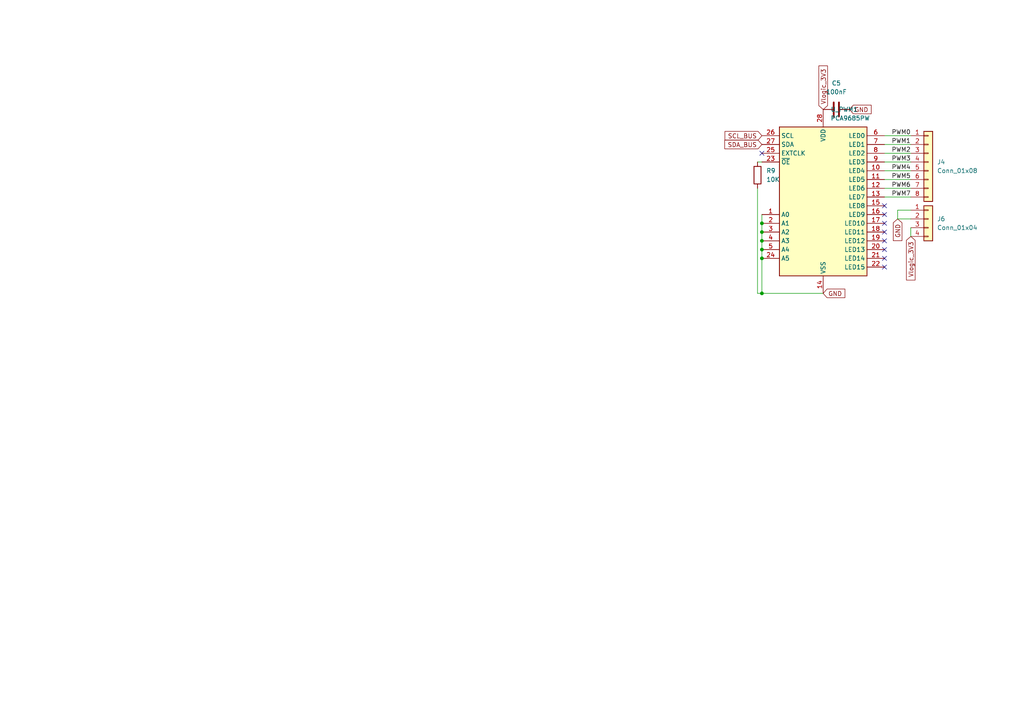
<source format=kicad_sch>
(kicad_sch
	(version 20250114)
	(generator "eeschema")
	(generator_version "9.0")
	(uuid "897a9ab6-562c-4827-a433-5e6a2c1bfa9e")
	(paper "A4")
	(lib_symbols
		(symbol "Connector_Generic:Conn_01x04"
			(pin_names
				(offset 1.016)
				(hide yes)
			)
			(exclude_from_sim no)
			(in_bom yes)
			(on_board yes)
			(property "Reference" "J"
				(at 0 5.08 0)
				(effects
					(font
						(size 1.27 1.27)
					)
				)
			)
			(property "Value" "Conn_01x04"
				(at 0 -7.62 0)
				(effects
					(font
						(size 1.27 1.27)
					)
				)
			)
			(property "Footprint" ""
				(at 0 0 0)
				(effects
					(font
						(size 1.27 1.27)
					)
					(hide yes)
				)
			)
			(property "Datasheet" "~"
				(at 0 0 0)
				(effects
					(font
						(size 1.27 1.27)
					)
					(hide yes)
				)
			)
			(property "Description" "Generic connector, single row, 01x04, script generated (kicad-library-utils/schlib/autogen/connector/)"
				(at 0 0 0)
				(effects
					(font
						(size 1.27 1.27)
					)
					(hide yes)
				)
			)
			(property "ki_keywords" "connector"
				(at 0 0 0)
				(effects
					(font
						(size 1.27 1.27)
					)
					(hide yes)
				)
			)
			(property "ki_fp_filters" "Connector*:*_1x??_*"
				(at 0 0 0)
				(effects
					(font
						(size 1.27 1.27)
					)
					(hide yes)
				)
			)
			(symbol "Conn_01x04_1_1"
				(rectangle
					(start -1.27 3.81)
					(end 1.27 -6.35)
					(stroke
						(width 0.254)
						(type default)
					)
					(fill
						(type background)
					)
				)
				(rectangle
					(start -1.27 2.667)
					(end 0 2.413)
					(stroke
						(width 0.1524)
						(type default)
					)
					(fill
						(type none)
					)
				)
				(rectangle
					(start -1.27 0.127)
					(end 0 -0.127)
					(stroke
						(width 0.1524)
						(type default)
					)
					(fill
						(type none)
					)
				)
				(rectangle
					(start -1.27 -2.413)
					(end 0 -2.667)
					(stroke
						(width 0.1524)
						(type default)
					)
					(fill
						(type none)
					)
				)
				(rectangle
					(start -1.27 -4.953)
					(end 0 -5.207)
					(stroke
						(width 0.1524)
						(type default)
					)
					(fill
						(type none)
					)
				)
				(pin passive line
					(at -5.08 2.54 0)
					(length 3.81)
					(name "Pin_1"
						(effects
							(font
								(size 1.27 1.27)
							)
						)
					)
					(number "1"
						(effects
							(font
								(size 1.27 1.27)
							)
						)
					)
				)
				(pin passive line
					(at -5.08 0 0)
					(length 3.81)
					(name "Pin_2"
						(effects
							(font
								(size 1.27 1.27)
							)
						)
					)
					(number "2"
						(effects
							(font
								(size 1.27 1.27)
							)
						)
					)
				)
				(pin passive line
					(at -5.08 -2.54 0)
					(length 3.81)
					(name "Pin_3"
						(effects
							(font
								(size 1.27 1.27)
							)
						)
					)
					(number "3"
						(effects
							(font
								(size 1.27 1.27)
							)
						)
					)
				)
				(pin passive line
					(at -5.08 -5.08 0)
					(length 3.81)
					(name "Pin_4"
						(effects
							(font
								(size 1.27 1.27)
							)
						)
					)
					(number "4"
						(effects
							(font
								(size 1.27 1.27)
							)
						)
					)
				)
			)
			(embedded_fonts no)
		)
		(symbol "Connector_Generic:Conn_01x08"
			(pin_names
				(offset 1.016)
				(hide yes)
			)
			(exclude_from_sim no)
			(in_bom yes)
			(on_board yes)
			(property "Reference" "J"
				(at 0 10.16 0)
				(effects
					(font
						(size 1.27 1.27)
					)
				)
			)
			(property "Value" "Conn_01x08"
				(at 0 -12.7 0)
				(effects
					(font
						(size 1.27 1.27)
					)
				)
			)
			(property "Footprint" ""
				(at 0 0 0)
				(effects
					(font
						(size 1.27 1.27)
					)
					(hide yes)
				)
			)
			(property "Datasheet" "~"
				(at 0 0 0)
				(effects
					(font
						(size 1.27 1.27)
					)
					(hide yes)
				)
			)
			(property "Description" "Generic connector, single row, 01x08, script generated (kicad-library-utils/schlib/autogen/connector/)"
				(at 0 0 0)
				(effects
					(font
						(size 1.27 1.27)
					)
					(hide yes)
				)
			)
			(property "ki_keywords" "connector"
				(at 0 0 0)
				(effects
					(font
						(size 1.27 1.27)
					)
					(hide yes)
				)
			)
			(property "ki_fp_filters" "Connector*:*_1x??_*"
				(at 0 0 0)
				(effects
					(font
						(size 1.27 1.27)
					)
					(hide yes)
				)
			)
			(symbol "Conn_01x08_1_1"
				(rectangle
					(start -1.27 8.89)
					(end 1.27 -11.43)
					(stroke
						(width 0.254)
						(type default)
					)
					(fill
						(type background)
					)
				)
				(rectangle
					(start -1.27 7.747)
					(end 0 7.493)
					(stroke
						(width 0.1524)
						(type default)
					)
					(fill
						(type none)
					)
				)
				(rectangle
					(start -1.27 5.207)
					(end 0 4.953)
					(stroke
						(width 0.1524)
						(type default)
					)
					(fill
						(type none)
					)
				)
				(rectangle
					(start -1.27 2.667)
					(end 0 2.413)
					(stroke
						(width 0.1524)
						(type default)
					)
					(fill
						(type none)
					)
				)
				(rectangle
					(start -1.27 0.127)
					(end 0 -0.127)
					(stroke
						(width 0.1524)
						(type default)
					)
					(fill
						(type none)
					)
				)
				(rectangle
					(start -1.27 -2.413)
					(end 0 -2.667)
					(stroke
						(width 0.1524)
						(type default)
					)
					(fill
						(type none)
					)
				)
				(rectangle
					(start -1.27 -4.953)
					(end 0 -5.207)
					(stroke
						(width 0.1524)
						(type default)
					)
					(fill
						(type none)
					)
				)
				(rectangle
					(start -1.27 -7.493)
					(end 0 -7.747)
					(stroke
						(width 0.1524)
						(type default)
					)
					(fill
						(type none)
					)
				)
				(rectangle
					(start -1.27 -10.033)
					(end 0 -10.287)
					(stroke
						(width 0.1524)
						(type default)
					)
					(fill
						(type none)
					)
				)
				(pin passive line
					(at -5.08 7.62 0)
					(length 3.81)
					(name "Pin_1"
						(effects
							(font
								(size 1.27 1.27)
							)
						)
					)
					(number "1"
						(effects
							(font
								(size 1.27 1.27)
							)
						)
					)
				)
				(pin passive line
					(at -5.08 5.08 0)
					(length 3.81)
					(name "Pin_2"
						(effects
							(font
								(size 1.27 1.27)
							)
						)
					)
					(number "2"
						(effects
							(font
								(size 1.27 1.27)
							)
						)
					)
				)
				(pin passive line
					(at -5.08 2.54 0)
					(length 3.81)
					(name "Pin_3"
						(effects
							(font
								(size 1.27 1.27)
							)
						)
					)
					(number "3"
						(effects
							(font
								(size 1.27 1.27)
							)
						)
					)
				)
				(pin passive line
					(at -5.08 0 0)
					(length 3.81)
					(name "Pin_4"
						(effects
							(font
								(size 1.27 1.27)
							)
						)
					)
					(number "4"
						(effects
							(font
								(size 1.27 1.27)
							)
						)
					)
				)
				(pin passive line
					(at -5.08 -2.54 0)
					(length 3.81)
					(name "Pin_5"
						(effects
							(font
								(size 1.27 1.27)
							)
						)
					)
					(number "5"
						(effects
							(font
								(size 1.27 1.27)
							)
						)
					)
				)
				(pin passive line
					(at -5.08 -5.08 0)
					(length 3.81)
					(name "Pin_6"
						(effects
							(font
								(size 1.27 1.27)
							)
						)
					)
					(number "6"
						(effects
							(font
								(size 1.27 1.27)
							)
						)
					)
				)
				(pin passive line
					(at -5.08 -7.62 0)
					(length 3.81)
					(name "Pin_7"
						(effects
							(font
								(size 1.27 1.27)
							)
						)
					)
					(number "7"
						(effects
							(font
								(size 1.27 1.27)
							)
						)
					)
				)
				(pin passive line
					(at -5.08 -10.16 0)
					(length 3.81)
					(name "Pin_8"
						(effects
							(font
								(size 1.27 1.27)
							)
						)
					)
					(number "8"
						(effects
							(font
								(size 1.27 1.27)
							)
						)
					)
				)
			)
			(embedded_fonts no)
		)
		(symbol "Device:C"
			(pin_numbers
				(hide yes)
			)
			(pin_names
				(offset 0.254)
			)
			(exclude_from_sim no)
			(in_bom yes)
			(on_board yes)
			(property "Reference" "C"
				(at 0.635 2.54 0)
				(effects
					(font
						(size 1.27 1.27)
					)
					(justify left)
				)
			)
			(property "Value" "C"
				(at 0.635 -2.54 0)
				(effects
					(font
						(size 1.27 1.27)
					)
					(justify left)
				)
			)
			(property "Footprint" ""
				(at 0.9652 -3.81 0)
				(effects
					(font
						(size 1.27 1.27)
					)
					(hide yes)
				)
			)
			(property "Datasheet" "~"
				(at 0 0 0)
				(effects
					(font
						(size 1.27 1.27)
					)
					(hide yes)
				)
			)
			(property "Description" "Unpolarized capacitor"
				(at 0 0 0)
				(effects
					(font
						(size 1.27 1.27)
					)
					(hide yes)
				)
			)
			(property "ki_keywords" "cap capacitor"
				(at 0 0 0)
				(effects
					(font
						(size 1.27 1.27)
					)
					(hide yes)
				)
			)
			(property "ki_fp_filters" "C_*"
				(at 0 0 0)
				(effects
					(font
						(size 1.27 1.27)
					)
					(hide yes)
				)
			)
			(symbol "C_0_1"
				(polyline
					(pts
						(xy -2.032 0.762) (xy 2.032 0.762)
					)
					(stroke
						(width 0.508)
						(type default)
					)
					(fill
						(type none)
					)
				)
				(polyline
					(pts
						(xy -2.032 -0.762) (xy 2.032 -0.762)
					)
					(stroke
						(width 0.508)
						(type default)
					)
					(fill
						(type none)
					)
				)
			)
			(symbol "C_1_1"
				(pin passive line
					(at 0 3.81 270)
					(length 2.794)
					(name "~"
						(effects
							(font
								(size 1.27 1.27)
							)
						)
					)
					(number "1"
						(effects
							(font
								(size 1.27 1.27)
							)
						)
					)
				)
				(pin passive line
					(at 0 -3.81 90)
					(length 2.794)
					(name "~"
						(effects
							(font
								(size 1.27 1.27)
							)
						)
					)
					(number "2"
						(effects
							(font
								(size 1.27 1.27)
							)
						)
					)
				)
			)
			(embedded_fonts no)
		)
		(symbol "Device:R"
			(pin_numbers
				(hide yes)
			)
			(pin_names
				(offset 0)
			)
			(exclude_from_sim no)
			(in_bom yes)
			(on_board yes)
			(property "Reference" "R"
				(at 2.032 0 90)
				(effects
					(font
						(size 1.27 1.27)
					)
				)
			)
			(property "Value" "R"
				(at 0 0 90)
				(effects
					(font
						(size 1.27 1.27)
					)
				)
			)
			(property "Footprint" ""
				(at -1.778 0 90)
				(effects
					(font
						(size 1.27 1.27)
					)
					(hide yes)
				)
			)
			(property "Datasheet" "~"
				(at 0 0 0)
				(effects
					(font
						(size 1.27 1.27)
					)
					(hide yes)
				)
			)
			(property "Description" "Resistor"
				(at 0 0 0)
				(effects
					(font
						(size 1.27 1.27)
					)
					(hide yes)
				)
			)
			(property "ki_keywords" "R res resistor"
				(at 0 0 0)
				(effects
					(font
						(size 1.27 1.27)
					)
					(hide yes)
				)
			)
			(property "ki_fp_filters" "R_*"
				(at 0 0 0)
				(effects
					(font
						(size 1.27 1.27)
					)
					(hide yes)
				)
			)
			(symbol "R_0_1"
				(rectangle
					(start -1.016 -2.54)
					(end 1.016 2.54)
					(stroke
						(width 0.254)
						(type default)
					)
					(fill
						(type none)
					)
				)
			)
			(symbol "R_1_1"
				(pin passive line
					(at 0 3.81 270)
					(length 1.27)
					(name "~"
						(effects
							(font
								(size 1.27 1.27)
							)
						)
					)
					(number "1"
						(effects
							(font
								(size 1.27 1.27)
							)
						)
					)
				)
				(pin passive line
					(at 0 -3.81 90)
					(length 1.27)
					(name "~"
						(effects
							(font
								(size 1.27 1.27)
							)
						)
					)
					(number "2"
						(effects
							(font
								(size 1.27 1.27)
							)
						)
					)
				)
			)
			(embedded_fonts no)
		)
		(symbol "Driver_LED:PCA9685PW"
			(exclude_from_sim no)
			(in_bom yes)
			(on_board yes)
			(property "Reference" "U"
				(at -12.7 22.225 0)
				(effects
					(font
						(size 1.27 1.27)
					)
					(justify left)
				)
			)
			(property "Value" "PCA9685PW"
				(at 1.27 22.225 0)
				(effects
					(font
						(size 1.27 1.27)
					)
					(justify left)
				)
			)
			(property "Footprint" "Package_SO:TSSOP-28_4.4x9.7mm_P0.65mm"
				(at 0.635 -24.765 0)
				(effects
					(font
						(size 1.27 1.27)
					)
					(justify left)
					(hide yes)
				)
			)
			(property "Datasheet" "http://www.nxp.com/docs/en/data-sheet/PCA9685.pdf"
				(at -10.16 17.78 0)
				(effects
					(font
						(size 1.27 1.27)
					)
					(hide yes)
				)
			)
			(property "Description" "16-channel 12-bit PWM Fm+ I2C-bus LED controller RGBA TSSOP"
				(at 0 0 0)
				(effects
					(font
						(size 1.27 1.27)
					)
					(hide yes)
				)
			)
			(property "ki_keywords" "PWM LED driver I2C TSSOP"
				(at 0 0 0)
				(effects
					(font
						(size 1.27 1.27)
					)
					(hide yes)
				)
			)
			(property "ki_fp_filters" "TSSOP*4.4x9.7mm*P0.65mm*"
				(at 0 0 0)
				(effects
					(font
						(size 1.27 1.27)
					)
					(hide yes)
				)
			)
			(symbol "PCA9685PW_0_1"
				(rectangle
					(start -12.7 20.32)
					(end 12.7 -22.86)
					(stroke
						(width 0.254)
						(type default)
					)
					(fill
						(type background)
					)
				)
			)
			(symbol "PCA9685PW_1_1"
				(pin input line
					(at -17.78 17.78 0)
					(length 5.08)
					(name "SCL"
						(effects
							(font
								(size 1.27 1.27)
							)
						)
					)
					(number "26"
						(effects
							(font
								(size 1.27 1.27)
							)
						)
					)
				)
				(pin bidirectional line
					(at -17.78 15.24 0)
					(length 5.08)
					(name "SDA"
						(effects
							(font
								(size 1.27 1.27)
							)
						)
					)
					(number "27"
						(effects
							(font
								(size 1.27 1.27)
							)
						)
					)
				)
				(pin input line
					(at -17.78 12.7 0)
					(length 5.08)
					(name "EXTCLK"
						(effects
							(font
								(size 1.27 1.27)
							)
						)
					)
					(number "25"
						(effects
							(font
								(size 1.27 1.27)
							)
						)
					)
				)
				(pin input line
					(at -17.78 10.16 0)
					(length 5.08)
					(name "~{OE}"
						(effects
							(font
								(size 1.27 1.27)
							)
						)
					)
					(number "23"
						(effects
							(font
								(size 1.27 1.27)
							)
						)
					)
				)
				(pin input line
					(at -17.78 -5.08 0)
					(length 5.08)
					(name "A0"
						(effects
							(font
								(size 1.27 1.27)
							)
						)
					)
					(number "1"
						(effects
							(font
								(size 1.27 1.27)
							)
						)
					)
				)
				(pin input line
					(at -17.78 -7.62 0)
					(length 5.08)
					(name "A1"
						(effects
							(font
								(size 1.27 1.27)
							)
						)
					)
					(number "2"
						(effects
							(font
								(size 1.27 1.27)
							)
						)
					)
				)
				(pin input line
					(at -17.78 -10.16 0)
					(length 5.08)
					(name "A2"
						(effects
							(font
								(size 1.27 1.27)
							)
						)
					)
					(number "3"
						(effects
							(font
								(size 1.27 1.27)
							)
						)
					)
				)
				(pin input line
					(at -17.78 -12.7 0)
					(length 5.08)
					(name "A3"
						(effects
							(font
								(size 1.27 1.27)
							)
						)
					)
					(number "4"
						(effects
							(font
								(size 1.27 1.27)
							)
						)
					)
				)
				(pin input line
					(at -17.78 -15.24 0)
					(length 5.08)
					(name "A4"
						(effects
							(font
								(size 1.27 1.27)
							)
						)
					)
					(number "5"
						(effects
							(font
								(size 1.27 1.27)
							)
						)
					)
				)
				(pin input line
					(at -17.78 -17.78 0)
					(length 5.08)
					(name "A5"
						(effects
							(font
								(size 1.27 1.27)
							)
						)
					)
					(number "24"
						(effects
							(font
								(size 1.27 1.27)
							)
						)
					)
				)
				(pin power_in line
					(at 0 25.4 270)
					(length 5.08)
					(name "VDD"
						(effects
							(font
								(size 1.27 1.27)
							)
						)
					)
					(number "28"
						(effects
							(font
								(size 1.27 1.27)
							)
						)
					)
				)
				(pin power_in line
					(at 0 -27.94 90)
					(length 5.08)
					(name "VSS"
						(effects
							(font
								(size 1.27 1.27)
							)
						)
					)
					(number "14"
						(effects
							(font
								(size 1.27 1.27)
							)
						)
					)
				)
				(pin output line
					(at 17.78 17.78 180)
					(length 5.08)
					(name "LED0"
						(effects
							(font
								(size 1.27 1.27)
							)
						)
					)
					(number "6"
						(effects
							(font
								(size 1.27 1.27)
							)
						)
					)
				)
				(pin output line
					(at 17.78 15.24 180)
					(length 5.08)
					(name "LED1"
						(effects
							(font
								(size 1.27 1.27)
							)
						)
					)
					(number "7"
						(effects
							(font
								(size 1.27 1.27)
							)
						)
					)
				)
				(pin output line
					(at 17.78 12.7 180)
					(length 5.08)
					(name "LED2"
						(effects
							(font
								(size 1.27 1.27)
							)
						)
					)
					(number "8"
						(effects
							(font
								(size 1.27 1.27)
							)
						)
					)
				)
				(pin output line
					(at 17.78 10.16 180)
					(length 5.08)
					(name "LED3"
						(effects
							(font
								(size 1.27 1.27)
							)
						)
					)
					(number "9"
						(effects
							(font
								(size 1.27 1.27)
							)
						)
					)
				)
				(pin output line
					(at 17.78 7.62 180)
					(length 5.08)
					(name "LED4"
						(effects
							(font
								(size 1.27 1.27)
							)
						)
					)
					(number "10"
						(effects
							(font
								(size 1.27 1.27)
							)
						)
					)
				)
				(pin output line
					(at 17.78 5.08 180)
					(length 5.08)
					(name "LED5"
						(effects
							(font
								(size 1.27 1.27)
							)
						)
					)
					(number "11"
						(effects
							(font
								(size 1.27 1.27)
							)
						)
					)
				)
				(pin output line
					(at 17.78 2.54 180)
					(length 5.08)
					(name "LED6"
						(effects
							(font
								(size 1.27 1.27)
							)
						)
					)
					(number "12"
						(effects
							(font
								(size 1.27 1.27)
							)
						)
					)
				)
				(pin output line
					(at 17.78 0 180)
					(length 5.08)
					(name "LED7"
						(effects
							(font
								(size 1.27 1.27)
							)
						)
					)
					(number "13"
						(effects
							(font
								(size 1.27 1.27)
							)
						)
					)
				)
				(pin output line
					(at 17.78 -2.54 180)
					(length 5.08)
					(name "LED8"
						(effects
							(font
								(size 1.27 1.27)
							)
						)
					)
					(number "15"
						(effects
							(font
								(size 1.27 1.27)
							)
						)
					)
				)
				(pin output line
					(at 17.78 -5.08 180)
					(length 5.08)
					(name "LED9"
						(effects
							(font
								(size 1.27 1.27)
							)
						)
					)
					(number "16"
						(effects
							(font
								(size 1.27 1.27)
							)
						)
					)
				)
				(pin output line
					(at 17.78 -7.62 180)
					(length 5.08)
					(name "LED10"
						(effects
							(font
								(size 1.27 1.27)
							)
						)
					)
					(number "17"
						(effects
							(font
								(size 1.27 1.27)
							)
						)
					)
				)
				(pin output line
					(at 17.78 -10.16 180)
					(length 5.08)
					(name "LED11"
						(effects
							(font
								(size 1.27 1.27)
							)
						)
					)
					(number "18"
						(effects
							(font
								(size 1.27 1.27)
							)
						)
					)
				)
				(pin output line
					(at 17.78 -12.7 180)
					(length 5.08)
					(name "LED12"
						(effects
							(font
								(size 1.27 1.27)
							)
						)
					)
					(number "19"
						(effects
							(font
								(size 1.27 1.27)
							)
						)
					)
				)
				(pin output line
					(at 17.78 -15.24 180)
					(length 5.08)
					(name "LED13"
						(effects
							(font
								(size 1.27 1.27)
							)
						)
					)
					(number "20"
						(effects
							(font
								(size 1.27 1.27)
							)
						)
					)
				)
				(pin output line
					(at 17.78 -17.78 180)
					(length 5.08)
					(name "LED14"
						(effects
							(font
								(size 1.27 1.27)
							)
						)
					)
					(number "21"
						(effects
							(font
								(size 1.27 1.27)
							)
						)
					)
				)
				(pin output line
					(at 17.78 -20.32 180)
					(length 5.08)
					(name "LED15"
						(effects
							(font
								(size 1.27 1.27)
							)
						)
					)
					(number "22"
						(effects
							(font
								(size 1.27 1.27)
							)
						)
					)
				)
			)
			(embedded_fonts no)
		)
	)
	(junction
		(at 220.98 69.85)
		(diameter 0)
		(color 0 0 0 0)
		(uuid "47fc49d3-b0f8-4e3d-b87b-ada1ae4c8f89")
	)
	(junction
		(at 220.98 72.39)
		(diameter 0)
		(color 0 0 0 0)
		(uuid "7368d422-363f-466b-a6a7-bd0b433718e3")
	)
	(junction
		(at 220.98 67.31)
		(diameter 0)
		(color 0 0 0 0)
		(uuid "7845e9a0-1a38-481e-880c-354114dcf21b")
	)
	(junction
		(at 220.98 74.93)
		(diameter 0)
		(color 0 0 0 0)
		(uuid "8423d28d-fd2c-4c3c-9f19-c09f960b492f")
	)
	(junction
		(at 220.98 85.09)
		(diameter 0)
		(color 0 0 0 0)
		(uuid "d99e7bd8-c73e-4e23-8b7c-7c0226e4c5bc")
	)
	(junction
		(at 220.98 64.77)
		(diameter 0)
		(color 0 0 0 0)
		(uuid "d9cedc49-8ad9-4125-8795-a002674fef37")
	)
	(no_connect
		(at 256.54 69.85)
		(uuid "2411551f-3f9f-4689-851d-c867771e9f96")
	)
	(no_connect
		(at 256.54 72.39)
		(uuid "4f5938bc-c657-4b4a-978f-8a9878de8101")
	)
	(no_connect
		(at 256.54 62.23)
		(uuid "6b6e3e48-25e6-40d0-8737-79778d11a95e")
	)
	(no_connect
		(at 256.54 64.77)
		(uuid "845c2eff-ac68-4ce3-9316-a7dd3614408c")
	)
	(no_connect
		(at 256.54 77.47)
		(uuid "a7299a39-79ca-48d7-a6bd-1be4e16adc26")
	)
	(no_connect
		(at 256.54 74.93)
		(uuid "b4131588-df84-4a2a-a9e7-dc6b2fb5dec6")
	)
	(no_connect
		(at 256.54 59.69)
		(uuid "b4ecc4a1-1612-4c21-8b8f-00575f92e7ea")
	)
	(no_connect
		(at 220.98 44.45)
		(uuid "cd4660a5-eceb-4ec3-89f2-6bd2fc1b467d")
	)
	(no_connect
		(at 256.54 67.31)
		(uuid "e0a992c0-729f-4ee5-a927-301375f9353b")
	)
	(wire
		(pts
			(xy 256.54 49.53) (xy 264.16 49.53)
		)
		(stroke
			(width 0)
			(type default)
		)
		(uuid "00570961-30c8-4b67-ae3b-86de2f0c96e1")
	)
	(wire
		(pts
			(xy 264.16 66.04) (xy 264.16 68.58)
		)
		(stroke
			(width 0)
			(type default)
		)
		(uuid "00bedc90-0d5c-44bc-8e84-b5763bf84a78")
	)
	(wire
		(pts
			(xy 256.54 52.07) (xy 264.16 52.07)
		)
		(stroke
			(width 0)
			(type default)
		)
		(uuid "22e11ce5-5780-4323-a167-c2d81b60d264")
	)
	(wire
		(pts
			(xy 256.54 39.37) (xy 264.16 39.37)
		)
		(stroke
			(width 0)
			(type default)
		)
		(uuid "255d1e1e-c120-4610-9c06-135f4db6aa4a")
	)
	(wire
		(pts
			(xy 220.98 67.31) (xy 220.98 69.85)
		)
		(stroke
			(width 0)
			(type default)
		)
		(uuid "290a9d66-d84a-48d4-82b6-2ce2b929fce7")
	)
	(wire
		(pts
			(xy 256.54 57.15) (xy 264.16 57.15)
		)
		(stroke
			(width 0)
			(type default)
		)
		(uuid "35d04675-28d3-4069-bcfd-8326e2f9ca9f")
	)
	(wire
		(pts
			(xy 260.35 60.96) (xy 260.35 63.5)
		)
		(stroke
			(width 0)
			(type default)
		)
		(uuid "4148b189-877c-45f1-b8c7-d7f74bf35c47")
	)
	(wire
		(pts
			(xy 260.35 60.96) (xy 264.16 60.96)
		)
		(stroke
			(width 0)
			(type default)
		)
		(uuid "6146c9be-3254-4b76-82bb-d4fd8597700a")
	)
	(wire
		(pts
			(xy 256.54 44.45) (xy 264.16 44.45)
		)
		(stroke
			(width 0)
			(type default)
		)
		(uuid "64d5f1e0-42ea-44a7-a1bb-f3d37c0bd24e")
	)
	(wire
		(pts
			(xy 256.54 46.99) (xy 264.16 46.99)
		)
		(stroke
			(width 0)
			(type default)
		)
		(uuid "7d429ffb-829c-4252-ba25-778b7bcbcd5e")
	)
	(wire
		(pts
			(xy 220.98 85.09) (xy 238.76 85.09)
		)
		(stroke
			(width 0)
			(type default)
		)
		(uuid "89d462a5-c58e-4890-924b-1d6283070228")
	)
	(wire
		(pts
			(xy 220.98 62.23) (xy 220.98 64.77)
		)
		(stroke
			(width 0)
			(type default)
		)
		(uuid "9a68d8bb-91be-46cb-9d87-63765b97a929")
	)
	(wire
		(pts
			(xy 219.71 54.61) (xy 219.71 85.09)
		)
		(stroke
			(width 0)
			(type default)
		)
		(uuid "aa87fe3b-dcb4-4ce9-8c44-3e11c3fc0f47")
	)
	(wire
		(pts
			(xy 219.71 85.09) (xy 220.98 85.09)
		)
		(stroke
			(width 0)
			(type default)
		)
		(uuid "b0b43d9d-3695-45b4-b2b5-ffaa120903c4")
	)
	(wire
		(pts
			(xy 220.98 69.85) (xy 220.98 72.39)
		)
		(stroke
			(width 0)
			(type default)
		)
		(uuid "b6b4acc8-7f76-498c-ae68-a0416e21cea8")
	)
	(wire
		(pts
			(xy 220.98 72.39) (xy 220.98 74.93)
		)
		(stroke
			(width 0)
			(type default)
		)
		(uuid "b7dc94be-a887-4030-83c5-73c2ec2fc96a")
	)
	(wire
		(pts
			(xy 260.35 63.5) (xy 264.16 63.5)
		)
		(stroke
			(width 0)
			(type default)
		)
		(uuid "c07e6ea2-ad7d-4f8f-9cb7-24048be4958a")
	)
	(wire
		(pts
			(xy 220.98 64.77) (xy 220.98 67.31)
		)
		(stroke
			(width 0)
			(type default)
		)
		(uuid "cb141f2c-2d49-4dda-8b28-a3cd41b254b3")
	)
	(wire
		(pts
			(xy 256.54 54.61) (xy 264.16 54.61)
		)
		(stroke
			(width 0)
			(type default)
		)
		(uuid "ec1bb38f-79e5-4dc6-b82d-a8923ba1dfa3")
	)
	(wire
		(pts
			(xy 220.98 74.93) (xy 220.98 85.09)
		)
		(stroke
			(width 0)
			(type default)
		)
		(uuid "f1bb6513-709c-40f4-b762-044cc3cf08d2")
	)
	(wire
		(pts
			(xy 219.71 46.99) (xy 220.98 46.99)
		)
		(stroke
			(width 0)
			(type default)
		)
		(uuid "f46756e7-df7b-4a06-b425-ac2461f8efb0")
	)
	(wire
		(pts
			(xy 256.54 41.91) (xy 264.16 41.91)
		)
		(stroke
			(width 0)
			(type default)
		)
		(uuid "fb8c887f-7d04-4d1a-9605-824917096678")
	)
	(label "PWM0"
		(at 264.16 39.37 180)
		(effects
			(font
				(size 1.27 1.27)
			)
			(justify right bottom)
		)
		(uuid "080c7177-7520-4f06-b7e3-502615d8f0ba")
	)
	(label "PWM1"
		(at 264.16 41.91 180)
		(effects
			(font
				(size 1.27 1.27)
			)
			(justify right bottom)
		)
		(uuid "27d09d04-b114-4039-8cf8-2f3e02bbc7d3")
	)
	(label "PWM5"
		(at 264.16 52.07 180)
		(effects
			(font
				(size 1.27 1.27)
			)
			(justify right bottom)
		)
		(uuid "36d74497-1ea2-47c1-b214-22be311c1156")
	)
	(label "PWM2"
		(at 264.16 44.45 180)
		(effects
			(font
				(size 1.27 1.27)
			)
			(justify right bottom)
		)
		(uuid "42003866-c0d2-477d-85e5-36646bb5e007")
	)
	(label "PWM7"
		(at 264.16 57.15 180)
		(effects
			(font
				(size 1.27 1.27)
			)
			(justify right bottom)
		)
		(uuid "4476d811-7069-42a8-bd01-de736848cd29")
	)
	(label "PWM3"
		(at 264.16 46.99 180)
		(effects
			(font
				(size 1.27 1.27)
			)
			(justify right bottom)
		)
		(uuid "827b06f4-744b-4946-ade2-53ab8d850e51")
	)
	(label "PWM4"
		(at 264.16 49.53 180)
		(effects
			(font
				(size 1.27 1.27)
			)
			(justify right bottom)
		)
		(uuid "a76fc132-4ff8-421e-a74b-2c5d3dbb54e5")
	)
	(label "PWM6"
		(at 264.16 54.61 180)
		(effects
			(font
				(size 1.27 1.27)
			)
			(justify right bottom)
		)
		(uuid "d349c4a9-c458-46a8-a88c-3a860a8a7a50")
	)
	(global_label "SDA_BUS"
		(shape input)
		(at 220.98 41.91 180)
		(fields_autoplaced yes)
		(effects
			(font
				(size 1.27 1.27)
			)
			(justify right)
		)
		(uuid "0272d33b-62da-45d0-84ee-60c579f19dc5")
		(property "Intersheetrefs" "${INTERSHEET_REFS}"
			(at 209.6491 41.91 0)
			(effects
				(font
					(size 1.27 1.27)
				)
				(justify right)
				(hide yes)
			)
		)
	)
	(global_label "Vlogic_3V3"
		(shape input)
		(at 264.16 68.58 270)
		(fields_autoplaced yes)
		(effects
			(font
				(size 1.27 1.27)
			)
			(justify right)
		)
		(uuid "09eb42af-8aff-49cb-8655-02cd3aee5ef2")
		(property "Intersheetrefs" "${INTERSHEET_REFS}"
			(at 264.16 81.7856 90)
			(effects
				(font
					(size 1.27 1.27)
				)
				(justify right)
				(hide yes)
			)
		)
	)
	(global_label "GND"
		(shape input)
		(at 238.76 85.09 0)
		(fields_autoplaced yes)
		(effects
			(font
				(size 1.27 1.27)
			)
			(justify left)
		)
		(uuid "5727d6ae-eee0-470e-bdd4-30122afad52f")
		(property "Intersheetrefs" "${INTERSHEET_REFS}"
			(at 245.6157 85.09 0)
			(effects
				(font
					(size 1.27 1.27)
				)
				(justify left)
				(hide yes)
			)
		)
	)
	(global_label "SCL_BUS"
		(shape input)
		(at 220.98 39.37 180)
		(fields_autoplaced yes)
		(effects
			(font
				(size 1.27 1.27)
			)
			(justify right)
		)
		(uuid "93b0977a-f0c6-4c71-8f7b-5eabefe7d6b5")
		(property "Intersheetrefs" "${INTERSHEET_REFS}"
			(at 209.7096 39.37 0)
			(effects
				(font
					(size 1.27 1.27)
				)
				(justify right)
				(hide yes)
			)
		)
	)
	(global_label "Vlogic_3V3"
		(shape input)
		(at 238.76 31.75 90)
		(fields_autoplaced yes)
		(effects
			(font
				(size 1.27 1.27)
			)
			(justify left)
		)
		(uuid "a9c95942-644d-46cf-b24a-14e5d3bad166")
		(property "Intersheetrefs" "${INTERSHEET_REFS}"
			(at 238.76 18.5444 90)
			(effects
				(font
					(size 1.27 1.27)
				)
				(justify left)
				(hide yes)
			)
		)
	)
	(global_label "GND"
		(shape input)
		(at 260.35 63.5 270)
		(fields_autoplaced yes)
		(effects
			(font
				(size 1.27 1.27)
			)
			(justify right)
		)
		(uuid "bf650de9-1e4b-46e8-a125-4b7acfd6fbe6")
		(property "Intersheetrefs" "${INTERSHEET_REFS}"
			(at 260.35 70.3557 90)
			(effects
				(font
					(size 1.27 1.27)
				)
				(justify right)
				(hide yes)
			)
		)
	)
	(global_label "GND"
		(shape input)
		(at 246.38 31.75 0)
		(fields_autoplaced yes)
		(effects
			(font
				(size 1.27 1.27)
			)
			(justify left)
		)
		(uuid "c31b5be2-47d2-4efa-a38b-a0c4e5d8d1ba")
		(property "Intersheetrefs" "${INTERSHEET_REFS}"
			(at 253.2357 31.75 0)
			(effects
				(font
					(size 1.27 1.27)
				)
				(justify left)
				(hide yes)
			)
		)
	)
	(symbol
		(lib_id "Connector_Generic:Conn_01x04")
		(at 269.24 63.5 0)
		(unit 1)
		(exclude_from_sim no)
		(in_bom yes)
		(on_board yes)
		(dnp no)
		(fields_autoplaced yes)
		(uuid "93366f50-6844-4860-9ca4-455bb827e65b")
		(property "Reference" "J6"
			(at 271.78 63.4999 0)
			(effects
				(font
					(size 1.27 1.27)
				)
				(justify left)
			)
		)
		(property "Value" "Conn_01x04"
			(at 271.78 66.0399 0)
			(effects
				(font
					(size 1.27 1.27)
				)
				(justify left)
			)
		)
		(property "Footprint" "Connector_PinSocket_2.54mm:PinSocket_1x04_P2.54mm_Vertical"
			(at 269.24 63.5 0)
			(effects
				(font
					(size 1.27 1.27)
				)
				(hide yes)
			)
		)
		(property "Datasheet" "~"
			(at 269.24 63.5 0)
			(effects
				(font
					(size 1.27 1.27)
				)
				(hide yes)
			)
		)
		(property "Description" "Generic connector, single row, 01x04, script generated (kicad-library-utils/schlib/autogen/connector/)"
			(at 269.24 63.5 0)
			(effects
				(font
					(size 1.27 1.27)
				)
				(hide yes)
			)
		)
		(pin "3"
			(uuid "39f8a02f-ebc6-416e-a28b-f0a4050eba6d")
		)
		(pin "2"
			(uuid "0fba31ff-6611-42e5-b33f-6bbe59623128")
		)
		(pin "4"
			(uuid "18a8f207-d76a-45d7-8371-e8ed111fac76")
		)
		(pin "1"
			(uuid "ab968a73-42a6-4445-bfbf-07a589af7fdd")
		)
		(instances
			(project ""
				(path "/c8d0e3cf-b697-430c-b4f3-c5285558b4ca/1a481b71-b22e-40e0-89f1-cadf2a95c557"
					(reference "J6")
					(unit 1)
				)
			)
		)
	)
	(symbol
		(lib_id "Driver_LED:PCA9685PW")
		(at 238.76 57.15 0)
		(unit 1)
		(exclude_from_sim no)
		(in_bom yes)
		(on_board yes)
		(dnp no)
		(fields_autoplaced yes)
		(uuid "9c7f7dfd-6998-4de2-88b1-ea6c44c9beed")
		(property "Reference" "U_PWM1"
			(at 240.9033 31.75 0)
			(effects
				(font
					(size 1.27 1.27)
				)
				(justify left)
			)
		)
		(property "Value" "PCA9685PW"
			(at 240.9033 34.29 0)
			(effects
				(font
					(size 1.27 1.27)
				)
				(justify left)
			)
		)
		(property "Footprint" "Package_SO:TSSOP-28_4.4x9.7mm_P0.65mm"
			(at 239.395 81.915 0)
			(effects
				(font
					(size 1.27 1.27)
				)
				(justify left)
				(hide yes)
			)
		)
		(property "Datasheet" "http://www.nxp.com/docs/en/data-sheet/PCA9685.pdf"
			(at 228.6 39.37 0)
			(effects
				(font
					(size 1.27 1.27)
				)
				(hide yes)
			)
		)
		(property "Description" "16-channel 12-bit PWM Fm+ I2C-bus LED controller RGBA TSSOP"
			(at 238.76 57.15 0)
			(effects
				(font
					(size 1.27 1.27)
				)
				(hide yes)
			)
		)
		(pin "25"
			(uuid "d6ae5467-a221-403a-904a-166c0f3c8a83")
		)
		(pin "8"
			(uuid "180ba314-159b-4701-9735-e012c6ecc27c")
		)
		(pin "14"
			(uuid "a60cdcff-306f-42f9-95b8-a8f6c5586921")
		)
		(pin "1"
			(uuid "628d0313-1d5f-4b84-bad7-a58ad97624cc")
		)
		(pin "7"
			(uuid "1befd61c-c8f3-4871-96dd-d11834d7ec09")
		)
		(pin "2"
			(uuid "cbdc32b7-9e80-46af-9c57-b89324a37b98")
		)
		(pin "5"
			(uuid "46870119-8afa-4b5e-af8a-44df5300a828")
		)
		(pin "26"
			(uuid "af22119e-94fb-4d98-b760-1fbb69cfc621")
		)
		(pin "23"
			(uuid "cd247d22-8608-491c-ac09-580bfad3c3b4")
		)
		(pin "3"
			(uuid "11b76186-ef21-4ff9-a828-d082fb6cab96")
		)
		(pin "24"
			(uuid "1388509c-b8fb-49e7-bcb8-4b7d98ac13de")
		)
		(pin "4"
			(uuid "9c761ba4-8cb7-4f57-a2a2-e4a4d4f0622f")
		)
		(pin "28"
			(uuid "3a7564dc-d024-47b4-95d0-f9f2a114cc27")
		)
		(pin "18"
			(uuid "44110ae2-2c50-4390-9d01-bf7853a24d4d")
		)
		(pin "27"
			(uuid "add094ec-61ec-4521-bc46-1000abc3b392")
		)
		(pin "6"
			(uuid "381d2ec0-5d7d-4852-8cad-093a9613045b")
		)
		(pin "13"
			(uuid "711a6d1f-3894-4b9c-a2de-451cd7ed1e2a")
		)
		(pin "15"
			(uuid "9e8b1cac-d3ca-41f8-b536-f84d6f403fe5")
		)
		(pin "17"
			(uuid "21622be7-160c-49b6-83de-e07d77d2bf20")
		)
		(pin "20"
			(uuid "79eb3b98-48cc-4e7d-9cd2-30de824e1d1f")
		)
		(pin "16"
			(uuid "59a10a9f-9ee1-4e64-998a-158bdccd634b")
		)
		(pin "10"
			(uuid "2244a89b-cda7-4656-bf50-b149bf05c37c")
		)
		(pin "19"
			(uuid "51ab03b9-fa9c-436c-9c70-dd3f533f933d")
		)
		(pin "12"
			(uuid "b885143f-5f0d-4bd0-8187-0eece7726b7e")
		)
		(pin "11"
			(uuid "11c1f64b-43a7-43d6-8b02-9968732c28de")
		)
		(pin "21"
			(uuid "61fb64ee-26b8-46a9-939d-8cf189f5b1e3")
		)
		(pin "22"
			(uuid "75f87ce3-5643-40ba-9b2d-60b4dff827b2")
		)
		(pin "9"
			(uuid "63f58a36-4bfd-438f-b371-b26a707f1ccf")
		)
		(instances
			(project ""
				(path "/c8d0e3cf-b697-430c-b4f3-c5285558b4ca/1a481b71-b22e-40e0-89f1-cadf2a95c557"
					(reference "U_PWM1")
					(unit 1)
				)
			)
		)
	)
	(symbol
		(lib_id "Device:C")
		(at 242.57 31.75 90)
		(unit 1)
		(exclude_from_sim no)
		(in_bom yes)
		(on_board yes)
		(dnp no)
		(fields_autoplaced yes)
		(uuid "a07c6209-09c7-454d-8236-406ff1ab0a90")
		(property "Reference" "C5"
			(at 242.57 24.13 90)
			(effects
				(font
					(size 1.27 1.27)
				)
			)
		)
		(property "Value" "100nF"
			(at 242.57 26.67 90)
			(effects
				(font
					(size 1.27 1.27)
				)
			)
		)
		(property "Footprint" "Capacitor_SMD:C_0805_2012Metric"
			(at 246.38 30.7848 0)
			(effects
				(font
					(size 1.27 1.27)
				)
				(hide yes)
			)
		)
		(property "Datasheet" "~"
			(at 242.57 31.75 0)
			(effects
				(font
					(size 1.27 1.27)
				)
				(hide yes)
			)
		)
		(property "Description" "Unpolarized capacitor"
			(at 242.57 31.75 0)
			(effects
				(font
					(size 1.27 1.27)
				)
				(hide yes)
			)
		)
		(pin "1"
			(uuid "722f41eb-d497-4045-a657-a96c87bfa1ad")
		)
		(pin "2"
			(uuid "696f310d-bcb1-48e6-95a0-5ba293fa0dd2")
		)
		(instances
			(project ""
				(path "/c8d0e3cf-b697-430c-b4f3-c5285558b4ca/1a481b71-b22e-40e0-89f1-cadf2a95c557"
					(reference "C5")
					(unit 1)
				)
			)
		)
	)
	(symbol
		(lib_id "Device:R")
		(at 219.71 50.8 180)
		(unit 1)
		(exclude_from_sim no)
		(in_bom yes)
		(on_board yes)
		(dnp no)
		(fields_autoplaced yes)
		(uuid "ceb32deb-6c6c-4b20-bccc-26392174dc2d")
		(property "Reference" "R9"
			(at 222.25 49.5299 0)
			(effects
				(font
					(size 1.27 1.27)
				)
				(justify right)
			)
		)
		(property "Value" "10K"
			(at 222.25 52.0699 0)
			(effects
				(font
					(size 1.27 1.27)
				)
				(justify right)
			)
		)
		(property "Footprint" "Resistor_SMD:R_0805_2012Metric"
			(at 221.488 50.8 90)
			(effects
				(font
					(size 1.27 1.27)
				)
				(hide yes)
			)
		)
		(property "Datasheet" "~"
			(at 219.71 50.8 0)
			(effects
				(font
					(size 1.27 1.27)
				)
				(hide yes)
			)
		)
		(property "Description" "Resistor"
			(at 219.71 50.8 0)
			(effects
				(font
					(size 1.27 1.27)
				)
				(hide yes)
			)
		)
		(pin "2"
			(uuid "a84a857e-2369-426e-a645-37cb9b96d519")
		)
		(pin "1"
			(uuid "809ca479-682d-43b8-b3e2-6c26da461636")
		)
		(instances
			(project ""
				(path "/c8d0e3cf-b697-430c-b4f3-c5285558b4ca/1a481b71-b22e-40e0-89f1-cadf2a95c557"
					(reference "R9")
					(unit 1)
				)
			)
		)
	)
	(symbol
		(lib_id "Connector_Generic:Conn_01x08")
		(at 269.24 46.99 0)
		(unit 1)
		(exclude_from_sim no)
		(in_bom yes)
		(on_board yes)
		(dnp no)
		(fields_autoplaced yes)
		(uuid "f7976a09-718a-40ad-9521-1e8f3529b17d")
		(property "Reference" "J4"
			(at 271.78 46.9899 0)
			(effects
				(font
					(size 1.27 1.27)
				)
				(justify left)
			)
		)
		(property "Value" "Conn_01x08"
			(at 271.78 49.5299 0)
			(effects
				(font
					(size 1.27 1.27)
				)
				(justify left)
			)
		)
		(property "Footprint" "Connector_PinSocket_2.54mm:PinSocket_1x08_P2.54mm_Vertical"
			(at 269.24 46.99 0)
			(effects
				(font
					(size 1.27 1.27)
				)
				(hide yes)
			)
		)
		(property "Datasheet" "~"
			(at 269.24 46.99 0)
			(effects
				(font
					(size 1.27 1.27)
				)
				(hide yes)
			)
		)
		(property "Description" "Generic connector, single row, 01x08, script generated (kicad-library-utils/schlib/autogen/connector/)"
			(at 269.24 46.99 0)
			(effects
				(font
					(size 1.27 1.27)
				)
				(hide yes)
			)
		)
		(pin "7"
			(uuid "0f6ab31d-24f6-4808-baab-59c80c7956ac")
		)
		(pin "6"
			(uuid "38625c19-4c5d-4d3b-84df-f89fdd2ad014")
		)
		(pin "1"
			(uuid "c8f65280-814d-4494-b2e4-261c4d5163e4")
		)
		(pin "8"
			(uuid "0f9c43f3-ce73-465f-806f-1c1e6239dea5")
		)
		(pin "3"
			(uuid "a6cb7a22-7cd1-4bce-8e16-64874db40934")
		)
		(pin "4"
			(uuid "cf2a1d99-3f25-44e0-a138-87af2fd4afe5")
		)
		(pin "5"
			(uuid "68579848-d8a2-408c-935e-1e373e7bfc6f")
		)
		(pin "2"
			(uuid "42092515-34c0-47b8-88c0-e80ec52b116b")
		)
		(instances
			(project ""
				(path "/c8d0e3cf-b697-430c-b4f3-c5285558b4ca/1a481b71-b22e-40e0-89f1-cadf2a95c557"
					(reference "J4")
					(unit 1)
				)
			)
		)
	)
)

</source>
